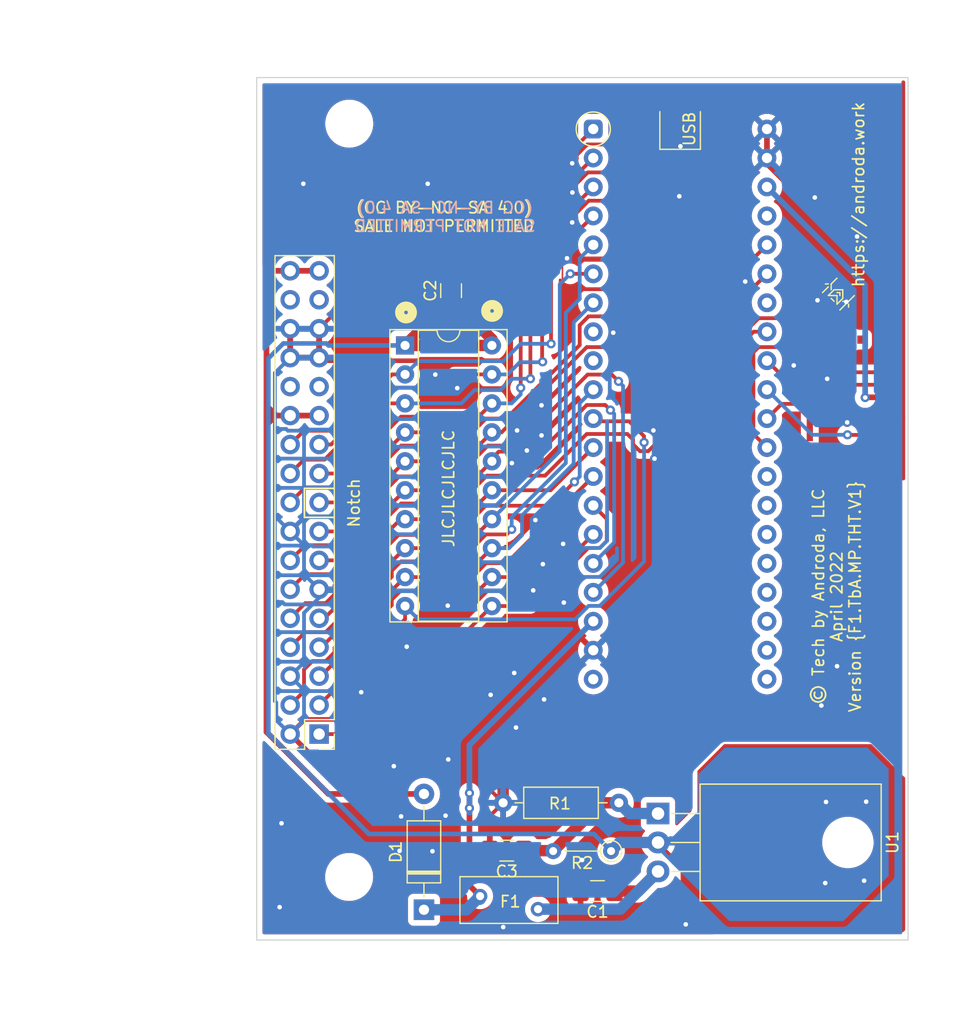
<source format=kicad_pcb>
(kicad_pcb (version 20211014) (generator pcbnew)
  (layers (0 "F.Cu" signal) (31 "B.Cu" signal) (34 "B.Paste" user) (35 "F.Paste" user) (36 "B.SilkS" user "B.Silkscreen") (37 "F.SilkS" user "F.Silkscreen") (38 "B.Mask" user) (39 "F.Mask" user) (44 "Edge.Cuts" user))
  (net 0 "")
  (net 1 "Net-(C1-Pad1)")
  (net 2 "GND")
  (net 3 "+2V8")
  (net 4 "+5V")
  (net 5 "Net-(J2-Pad32)")
  (net 6 "Net-(J2-Pad31)")
  (net 7 "Net-(J2-Pad26)")
  (net 8 "Net-(J2-Pad25)")
  (net 9 "Net-(BP1-Pad8)")
  (net 10 "Net-(BP1-Pad9)")
  (net 11 "Net-(BP1-Pad20)")
  (net 12 "Net-(BP1-Pad21)")
  (net 13 "Net-(BP1-Pad22)")
  (net 14 "Net-(BP1-Pad23)")
  (net 15 "Net-(BP1-Pad24)")
  (net 16 "Net-(BP1-Pad25)")
  (net 17 "Net-(BP1-Pad26)")
  (net 18 "Net-(BP1-Pad27)")
  (net 19 "Net-(BP1-Pad28)")
  (net 20 "Net-(BP1-Pad34)")
  (net 21 "Net-(BP1-Pad37)")
  (net 22 "Net-(J3-Pad1)")
  (net 23 "Net-(J3-Pad8)")
  (net 24 "Net-(J3-Pad9)")
  (net 25 "Net-(J3-Pad13)")
  (net 26 "Net-(J3-Pad10)")
  (net 27 "Net-(J3-Pad11)")
  (net 28 "Net-(BP1-Pad18)")
  (net 29 "Net-(C3-Pad1)")
  (net 30 "DB4")
  (net 31 "DB5")
  (net 32 "DB6")
  (net 33 "DB7")
  (net 34 "ATN")
  (net 35 "BSY")
  (net 36 "ACK")
  (net 37 "RST")
  (net 38 "MSG")
  (net 39 "SEL")
  (net 40 "C_D")
  (net 41 "REQ")
  (net 42 "IO")
  (net 43 "DB0")
  (net 44 "DB1")
  (net 45 "SD_CD_CS")
  (net 46 "SD_CLK")
  (net 47 "SD_DAT0")
  (net 48 "SD_CMD")
  (net 49 "DBP")
  (net 50 "DB2")
  (net 51 "DB3")
  (net 52 "3.3v")
  (footprint "Capacitor_SMD:C_1206_3216Metric_Pad1.42x1.75mm_HandSolder" (layer "F.Cu") (at 136.58248 131.36118 180)
    (fp_text reference "C1")
    (fp_text value "CP")
  )
  (footprint "Capacitor_SMD:C_1206_3216Metric_Pad1.42x1.75mm_HandSolder" (layer "F.Cu") (at 123.7361 78.69334 90)
    (fp_text reference "C2")
    (fp_text value "CP")
  )
  (footprint "Connector_PinHeader_2.54mm:PinHeader_2x17_P2.54mm_Vertical" (layer "F.Cu") (at 112.15624 117.5893 180)
    (fp_text reference "J2" hide)
    (fp_text value "MacPortableInternalSCSI_34")
  )
  (footprint "Package_TO_SOT_THT:TO-220-3_Horizontal_TabDown" (layer "F.Cu") (at 141.89202 124.55652 -90)
    (fp_text reference "U1")
    (fp_text value "AMS1117CD-2.85")
  )
  (footprint "CustomFootprints:SpaceshipBug" (layer "F.Cu") (at 154.5463 79.37246 90)
    (fp_text reference "REF**" hide)
    (fp_text value "SpaceshipBug" hide)
  )
  (footprint "Diode_THT:D_A-405_P10.16mm_Horizontal" (layer "F.Cu") (at 121.35358 132.99948 90)
    (fp_text reference "D1")
    (fp_text value "D")
  )
  (footprint "MountingHole:MountingHole_3.2mm_M3" (layer "F.Cu") (at 114.80038 64.04102)
    (fp_text reference "REF**" hide)
    (fp_text value "MountingHole_3.2mm_M3")
  )
  (footprint "MountingHole:MountingHole_3.2mm_M3" (layer "F.Cu") (at 114.78768 130.12166)
    (fp_text reference "REF**" hide)
    (fp_text value "MountingHole_3.2mm_M3")
  )
  (footprint "CustomFootprints:BluePillModule" (layer "F.Cu") (at 143.83004 61.97346)
    (fp_text reference "BP1" hide)
    (fp_text value "BlueSCSI")
  )
  (footprint "CustomFootprints:microsd_molex_1051620001" (layer "F.Cu") (at 158.87446 88.40724 90)
    (fp_text reference "J3" hide)
    (fp_text value "MicroSD-105162-0001")
  )
  (footprint "CustomFootprints:Fuse_BelFuse_0ZRE0005FF_L8.3mm_W3.8mm" (layer "F.Cu") (at 131.36118 132.94614 180)
    (fp_text reference "F1")
    (fp_text value "Polyfuse")
  )
  (footprint "Capacitor_SMD:C_1206_3216Metric_Pad1.42x1.75mm_HandSolder" (layer "F.Cu") (at 128.61958 127.81534 180)
    (fp_text reference "C3")
    (fp_text value "CP")
  )
  (footprint "Resistor_THT:R_Axial_DIN0207_L6.3mm_D2.5mm_P10.16mm_Horizontal" (layer "F.Cu") (at 138.46048 123.61672 180)
    (fp_text reference "R1")
    (fp_text value "154")
  )
  (footprint "Resistor_THT:R_Axial_DIN0204_L3.6mm_D1.6mm_P5.08mm_Vertical" (layer "F.Cu") (at 137.77214 127.8509 180)
    (fp_text reference "R2")
    (fp_text value "120")
  )
  (footprint "Package_DIP:DIP-20_W7.62mm_Socket" (layer "F.Cu") (at 119.6975 83.49742)
    (fp_text reference "U2" hide)
    (fp_text value "ActiveTerm_20DIP")
  )
  (gr_circle (center 127.33274 80.4672) (end 127.89497 80.4672) (layer "F.SilkS") (width 0.8) (fill none))
  (gr_line (start 110.86592 96.03486) (end 110.86592 98.57486) (layer "F.SilkS") (width 0.15))
  (gr_line (start 110.86592 98.57486) (end 113.40592 98.57486) (layer "F.SilkS") (width 0.15))
  (gr_line (start 113.40592 96.03486) (end 110.86592 96.03486) (layer "F.SilkS") (width 0.15))
  (gr_circle (center 119.78132 80.60436) (end 120.34355 80.60436) (layer "F.SilkS") (width 0.8) (fill none))
  (gr_line (start 106.68 135.65632) (end 106.68 59.99734) (layer "Edge.Cuts") (width 0.1))
  (gr_line (start 106.68 59.99734) (end 163.83 59.99734) (layer "Edge.Cuts") (width 0.1))
  (gr_line (start 163.83 135.65632) (end 106.68 135.65632) (layer "Edge.Cuts") (width 0.1))
  (gr_line (start 163.83 59.99734) (end 163.83 135.65632) (layer "Edge.Cuts") (width 0.1))
  (gr_text "(CC BY-NC-SA 4.0)\nSALE NOT PERMITTED" (at 123.22 72.22) (layer "B.SilkS") (effects (font (size 1 1)) (justify mirror)))
  (gr_text "Notch" (at 115.2144 97.31248 90) (layer "F.SilkS") (effects (font (size 1 1))))
  (gr_text "JLCJLCJLCJLC" (at 123.5075 96.04502 90) (layer "F.SilkS") (effects (font (size 1 1))))
  (gr_text "https://androda.work" (at 159.48152 70.2564 90) (layer "F.SilkS") (effects (font (size 1 1))))
  (gr_text "© Tech by Androda, LLC\nApril 2022\nVersion {F1.TbA.MP.THT.V1}" (at 157.57144 105.51922 90) (layer "F.SilkS") (effects (font (size 1 1))))
  (gr_text "(CC BY-NC-SA 4.0)\nSALE NOT PERMITTED" (at 123.1 72.22) (layer "F.SilkS") (effects (font (size 1 1))))
  (segment (start 138.06998 131.36118) (end 140.16736 131.36118) (width 1) (layer "F.Cu") (net 1))
  (segment (start 140.16736 131.36118) (end 141.89202 129.63652) (width 1) (layer "F.Cu") (net 1))
  (segment (start 131.36118 132.94614) (end 138.5824 132.94614) (width 1) (layer "B.Cu") (net 1))
  (segment (start 138.5824 132.94614) (end 141.89202 129.63652) (width 1) (layer "B.Cu") (net 1))
  (segment (start 158.48988 90.24724) (end 158.48988 90.24724) (width 0.33) (layer "F.Cu") (net 2))
  (segment (start 123.44146 106.3244) (end 123.44146 106.3244) (width 0.4) (layer "F.Cu") (net 2))
  (segment (start 119.84228 109.92358) (end 123.44146 106.3244) (width 0.4) (layer "F.Cu") (net 2))
  (segment (start 115.84813 113.91773) (end 119.84228 109.92358) (width 0.4) (layer "F.Cu") (net 2))
  (segment (start 122.34926 86.05266) (end 122.34926 86.05266) (width 0.4) (layer "F.Cu") (net 2))
  (segment (start 130.940399 104.982421) (end 130.940399 104.982421) (width 0.33) (layer "F.Cu") (net 2))
  (segment (start 155.88446 79.53544) (end 155.88446 82.97724) (width 0.5) (layer "F.Cu") (net 2))
  (segment (start 131.89331 114.55019) (end 129.43078 117.01272) (width 0.5) (layer "F.Cu") (net 2))
  (segment (start 129.43078 117.01272) (end 128.30048 118.14302) (width 0.5) (layer "F.Cu") (net 2))
  (segment (start 123.48464 119.81434) (end 124.4981 119.81434) (width 0.33) (layer "F.Cu") (net 2))
  (segment (start 138.0871 76.784842) (end 138.0871 78.26502) (width 0.33) (layer "F.Cu") (net 2))
  (segment (start 137.225719 75.923461) (end 138.0871 76.784842) (width 0.33) (layer "F.Cu") (net 2))
  (segment (start 126.20244 84.94014) (end 126.305161 84.837419) (width 0.4) (layer "F.Cu") (net 2))
  (segment (start 112.424359 84.837419) (end 121.134019 84.837419) (width 0.4) (layer "F.Cu") (net 2))
  (segment (start 134.36092 67.51828) (end 134.760919 67.118281) (width 0.33) (layer "F.Cu") (net 2))
  (segment (start 112.15624 82.0293) (end 109.61624 82.0293) (width 0.5) (layer "F.Cu") (net 2))
  (segment (start 163.27446 90.24724) (end 163.41499 90.38777) (width 0.33) (layer "F.Cu") (net 2))
  (segment (start 109.61624 82.0293) (end 109.61624 84.5693) (width 0.33) (layer "F.Cu") (net 2))
  (segment (start 157.11081 81.75089) (end 163.41499 81.75089) (width 0.33) (layer "F.Cu") (net 2))
  (segment (start 129.52476 90.95232) (end 135.020039 85.457041) (width 0.33) (layer "F.Cu") (net 2))
  (segment (start 134.3787 69.663598) (end 135.721378 68.32092) (width 0.33) (layer "F.Cu") (net 2))
  (segment (start 161.06902 92.51188) (end 160.96488 92.40774) (width 0.33) (layer "F.Cu") (net 2))
  (segment (start 123.7361 77.20584) (end 116.9797 77.20584) (width 0.33) (layer "F.Cu") (net 2))
  (segment (start 155.88446 82.97724) (end 157.11081 81.75089) (width 0.33) (layer "F.Cu") (net 2))
  (segment (start 163.41499 90.10671) (end 163.41499 89.75189) (width 0.33) (layer "F.Cu") (net 2))
  (segment (start 134.740661 78.563459) (end 133.506261 79.797859) (width 0.33) (layer "F.Cu") (net 2))
  (segment (start 128.30048 118.14302) (end 128.30048 120.0023) (width 0.5) (layer "F.Cu") (net 2))
  (segment (start 124.27458 87.24138) (end 128.15062 87.24138) (width 0.33) (layer "F.Cu") (net 2))
  (segment (start 134.36092 72.2503) (end 135.81126 70.79996) (width 0.33) (layer "F.Cu") (net 2))
  (segment (start 128.7907 101.1555) (end 128.482501 101.1555) (width 0.33) (layer "F.Cu") (net 2))
  (segment (start 121.134019 84.837419) (end 122.34926 86.05266) (width 0.4) (layer "F.Cu") (net 2))
  (segment (start 135.690621 65.863459) (end 137.105379 65.863459) (width 0.33) (layer "F.Cu") (net 2))
  (segment (start 163.27446 90.24724) (end 163.41499 90.10671) (width 0.33) (layer "F.Cu") (net 2))
  (segment (start 163.41499 89.75189) (end 163.41499 81.75089) (width 0.33) (layer "F.Cu") (net 2))
  (segment (start 138.0871 78.26502) (end 137.788661 78.563459) (width 0.33) (layer "F.Cu") (net 2))
  (segment (start 163.41499 90.38777) (end 163.41499 93.86161) (width 0.33) (layer "F.Cu") (net 2))
  (segment (start 116.9797 77.20584) (end 112.15624 82.0293) (width 0.33) (layer "F.Cu") (net 2))
  (segment (start 133.506261 76.252019) (end 133.506261 79.797859) (width 0.14) (layer "F.Cu") (net 2))
  (segment (start 162.44446 90.24724) (end 163.27446 90.24724) (width 0.33) (layer "F.Cu") (net 2))
  (segment (start 155.4099 92.40774) (end 155.07716 92.74048) (width 0.33) (layer "F.Cu") (net 2))
  (segment (start 127.13208 124.78512) (end 128.30048 123.61672) (width 0.33) (layer "F.Cu") (net 2))
  (segment (start 162.44446 90.24724) (end 158.48988 90.24724) (width 0.33) (layer "F.Cu") (net 2))
  (segment (start 135.81126 70.79996) (end 137.668 70.79996) (width 0.33) (layer "F.Cu") (net 2))
  (segment (start 126.305161 84.837419) (end 128.406039 84.837419) (width 0.4) (layer "F.Cu") (net 2))
  (segment (start 155.88446 71.97302) (end 155.88446 79.53544) (width 0.5) (layer "F.Cu") (net 2))
  (segment (start 134.3787 70.0786) (end 134.3787 69.663598) (width 0.33) (layer "F.Cu") (net 2))
  (segment (start 129.06756 93.81998) (end 129.467559 94.219979) (width 0.33) (layer "F.Cu") (net 2))
  (segment (start 122.34926 86.05266) (end 123.46178 84.94014) (width 0.4) (layer "F.Cu") (net 2))
  (segment (start 150.723769 81.103459) (end 141.48562 90.341608) (width 0.33) (layer "F.Cu") (net 2))
  (segment (start 109.61624 117.5893) (end 110.906239 116.299301) (width 0.4) (layer "F.Cu") (net 2))
  (segment (start 135.721378 68.32092) (end 136.98474 68.32092) (width 0.33) (layer "F.Cu") (net 2))
  (segment (start 131.13258 98.81362) (end 128.7907 101.1555) (width 0.33) (layer "F.Cu") (net 2))
  (segment (start 127.13208 127.81534) (end 130.67792 131.36118) (width 1) (layer "F.Cu") (net 2))
  (segment (start 123.44146 106.3244) (end 125.626318 106.3244) (width 0.33) (layer "F.Cu") (net 2))
  (segment (start 130.38582 92.71254) (end 134.86892 88.22944) (width 0.33) (layer "F.Cu") (net 2))
  (segment (start 109.61624 84.5693) (end 112.15624 84.5693) (width 0.33) (layer "F.Cu") (net 2))
  (segment (start 163.41499 93.86161) (end 163.41499 95.16872) (width 0.33) (layer "F.Cu") (net 2))
  (segment (start 133.90626 75.85202) (end 133.977701 75.923461) (width 0.45) (layer "F.Cu") (net 2))
  (segment (start 151.45004 67.5386) (end 155.88446 71.97302) (width 0.5) (layer "F.Cu") (net 2))
  (segment (start 109.61624 117.5893) (end 111.84128 119.81434) (width 0.45) (layer "F.Cu") (net 2))
  (segment (start 117.12448 119.81434) (end 123.48464 119.81434) (width 0.33) (layer "F.Cu") (net 2))
  (segment (start 111.84128 119.81434) (end 117.12448 119.81434) (width 0.45) (layer "F.Cu") (net 2))
  (segment (start 133.90626 75.85202) (end 133.506261 76.252019) (width 0.14) (layer "F.Cu") (net 2))
  (segment (start 163.41499 81.75089) (end 163.41499 60.41235) (width 0.33) (layer "F.Cu") (net 2))
  (segment (start 137.788661 78.563459) (end 134.740661 78.563459) (width 0.33) (layer "F.Cu") (net 2))
  (segment (start 128.30048 123.61672) (end 128.30048 120.0023) (width 1) (layer "F.Cu") (net 2))
  (segment (start 141.58468 104.85882) (end 141.58468 93.42628) (width 0.33) (layer "F.Cu") (net 2))
  (segment (start 134.760919 67.118281) (end 134.760919 66.793161) (width 0.33) (layer "F.Cu") (net 2))
  (segment (start 134.760919 66.793161) (end 135.690621 65.863459) (width 0.33) (layer "F.Cu") (net 2))
  (segment (start 151.45004 64.51346) (end 151.45004 67.5386) (width 0.5) (layer "F.Cu") (net 2))
  (segment (start 126.968297 104.982421) (end 130.940399 104.982421) (width 0.33) (layer "F.Cu") (net 2))
  (segment (start 160.96488 92.40774) (end 155.4099 92.40774) (width 0.33) (layer "F.Cu") (net 2))
  (segment (start 110.906239 116.299301) (end 113.466559 116.299301) (width 0.4) (layer "F.Cu") (net 2))
  (segment (start 155.88446 82.97724) (end 154.010679 81.103459) (width 0.33) (layer "F.Cu") (net 2))
  (segment (start 112.15624 84.5693) (end 112.424359 84.837419) (width 0.4) (layer "F.Cu") (net 2))
  (segment (start 130.67792 131.36118) (end 135.09498 131.36118) (width 1) (layer "F.Cu") (net 2))
  (segment (start 141.48562 90.341608) (end 141.48562 90.95232) (width 0.33) (layer "F.Cu") (net 2))
  (segment (start 113.466559 116.299301) (end 115.84813 113.91773) (width 0.4) (layer "F.Cu") (net 2))
  (segment (start 127.13208 127.81534) (end 127.13208 124.78512) (width 0.33) (layer "F.Cu") (net 2))
  (segment (start 163.41499 89.75189) (end 163.41499 90.38777) (width 0.33) (layer "F.Cu") (net 2))
  (segment (start 154.010679 81.103459) (end 150.723769 81.103459) (width 0.33) (layer "F.Cu") (net 2))
  (segment (start 133.977701 75.923461) (end 137.225719 75.923461) (width 0.45) (layer "F.Cu") (net 2))
  (segment (start 162.41875 93.86161) (end 161.06902 92.51188) (width 0.33) (layer "F.Cu") (net 2))
  (segment (start 131.299001 94.219979) (end 135.09752 90.42146) (width 0.33) (layer "F.Cu") (net 2))
  (segment (start 123.46178 84.94014) (end 126.20244 84.94014) (width 0.4) (layer "F.Cu") (net 2))
  (segment (start 129.467559 94.219979) (end 131.299001 94.219979) (width 0.33) (layer "F.Cu") (net 2))
  (segment (start 136.21004 110.23346) (end 141.58468 104.85882) (width 0.33) (layer "F.Cu") (net 2))
  (segment (start 124.4981 119.81434) (end 128.30048 123.61672) (width 0.33) (layer "F.Cu") (net 2))
  (segment (start 163.41499 93.86161) (end 162.41875 93.86161) (width 0.33) (layer "F.Cu") (net 2))
  (segment (start 125.626318 106.3244) (end 126.968297 104.982421) (width 0.33) (layer "F.Cu") (net 2))
  (segment (start 134.36092 72.70496) (end 134.36092 72.2503) (width 0.33) (layer "F.Cu") (net 2))
  (segment (start 136.21004 110.23346) (end 131.89331 114.55019) (width 0.5) (layer "F.Cu") (net 2))
  (via (at 110.77194 69.31406) (size 0.8) (drill 0.4) (layers "F.Cu" "B.Cu") (net 2))
  (via (at 128.31064 134.5184) (size 0.8) (drill 0.4) (layers "F.Cu" "B.Cu") (net 2))
  (via (at 141.58468 93.42628) (size 0.8) (drill 0.4) (layers "F.Cu" "B.Cu") (net 2))
  (via (at 123.48464 119.81434) (size 0.8) (drill 0.4) (layers "F.Cu" "B.Cu") (net 2))
  (via (at 141.48562 90.95232) (size 0.8) (drill 0.4) (layers "F.Cu" "B.Cu") (net 2))
  (via (at 115.84813 113.91773) (size 0.8) (drill 0.4) (layers "F.Cu" "B.Cu") (net 2))
  (via (at 108.85678 125.41504) (size 0.8) (drill 0.4) (layers "F.Cu" "B.Cu") (net 2))
  (via (at 143.85798 66.0273) (size 0.8) (drill 0.4) (layers "F.Cu" "B.Cu") (net 2))
  (via (at 133.62686 106.05262) (size 0.8) (drill 0.4) (layers "F.Cu" "B.Cu") (net 2))
  (via (at 159.35452 73.94194) (size 0.8) (drill 0.4) (layers "F.Cu" "B.Cu") (net 2))
  (via (at 130.940399 104.982421) (size 0.8) (drill 0.4) (layers "F.Cu" "B.Cu") (net 2))
  (via (at 158.41218 79.66964) (size 0.8) (drill 0.4) (layers "F.Cu" "B.Cu") (net 2))
  (via (at 119.84228 109.92358) (size 0.8) (drill 0.4) (layers "F.Cu" "B.Cu") (net 2))
  (via (at 156.73578 86.4235) (size 0.8) (drill 0.4) (layers "F.Cu" "B.Cu") (net 2))
  (via (at 108.68914 132.77088) (size 0.8) (drill 0.4) (layers "F.Cu" "B.Cu") (net 2))
  (via (at 131.13258 98.81362) (size 0.8) (drill 0.4) (layers "F.Cu" "B.Cu") (net 2))
  (via (at 118.70944 120.40362) (size 0.8) (drill 0.4) (layers "F.Cu" "B.Cu") (net 2))
  (via (at 130.38582 92.71254) (size 0.8) (drill 0.4) (layers "F.Cu" "B.Cu") (net 2))
  (via (at 131.66852 88.7476) (size 0.8) (drill 0.4) (layers "F.Cu" "B.Cu") (net 2))
  (via (at 131.78917 102.68331) (size 0.8) (drill 0.4) (layers "F.Cu" "B.Cu") (net 2))
  (via (at 122.10034 127.86614) (size 0.8) (drill 0.4) (layers "F.Cu" "B.Cu") (net 2))
  (via (at 121.68378 69.31406) (size 0.8) (drill 0.4) (layers "F.Cu" "B.Cu") (net 2))
  (via (at 149.5425 77.89164) (size 0.8) (drill 0.4) (layers "F.Cu" "B.Cu") (net 2))
  (via (at 119.2149 127.83058) (size 0.8) (drill 0.4) (layers "F.Cu" "B.Cu") (net 2))
  (via (at 156.2227 115.08486) (size 0.8) (drill 0.4) (layers "F.Cu" "B.Cu") (net 2))
  (via (at 134.36092 67.51828) (size 0.8) (drill 0.4) (layers "F.Cu" "B.Cu") (net 2))
  (via (at 135.23214 128.63322) (size 0.8) (drill 0.4) (layers "F.Cu" "B.Cu") (net 2))
  (via (at 129.27584 112.22736) (size 0.8) (drill 0.4) (layers "F.Cu" "B.Cu") (net 2))
  (via (at 129.06756 93.81998) (size 0.8) (drill 0.4) (layers "F.Cu" "B.Cu") (net 2))
  (via (at 155.88446 79.53544) (size 0.8) (drill 0.4) (layers "F.Cu" "B.Cu") (net 2))
  (via (at 129.43078 117.01272) (size 0.8) (drill 0.4) (layers "F.Cu" "B.Cu") (net 2))
  (via (at 157.60192 111.63554) (size 0.8) (drill 0.4) (layers "F.Cu" "B.Cu") (net 2))
  (via (at 122.34926 86.05266) (size 0.8) (drill 0.4) (layers "F.Cu" "B.Cu") (net 2))
  (via (at 127.20574 114.1476) (size 0.8) (drill 0.4) (layers "F.Cu" "B.Cu") (net 2))
  (via (at 143.75892 70.41134) (size 0.8) (drill 0.4) (layers "F.Cu" "B.Cu") (net 2))
  (via (at 133.90626 75.85202) (size 0.8) (drill 0.4) (layers "F.Cu" "B.Cu") (net 2))
  (via (at 155.64866 70.51802) (size 0.8) (drill 0.4) (layers "F.Cu" "B.Cu") (net 2))
  (via (at 153.79954 85.25002) (size 0.8) (drill 0.4) (layers "F.Cu" "B.Cu") (net 2))
  (via (at 119.34952 124.81052) (size 0.8) (drill 0.4) (layers "F.Cu" "B.Cu") (net 2))
  (via (at 158.48988 90.24724) (size 0.8) (drill 0.4) (layers "F.Cu" "B.Cu") (net 2))
  (via (at 131.66852 91.39174) (size 0.8) (drill 0.4) (layers "F.Cu" "B.Cu") (net 2))
  (via (at 131.89331 114.55019) (size 0.8) (drill 0.4) (layers "F.Cu" "B.Cu") (net 2))
  (via (at 133.56844 100.90404) (size 0.8) (drill 0.4) (layers "F.Cu" "B.Cu") (net 2))
  (via (at 123.24842 124.74194) (size 0.8) (drill 0.4) (layers "F.Cu" "B.Cu") (net 2))
  (via (at 134.36092 72.70496) (size 0.8) (drill 0.4) (layers "F.Cu" "B.Cu") (net 2))
  (via (at 134.3787 70.0786) (size 0.8) (drill 0.4) (layers "F.Cu" "B.Cu") (net 2))
  (via (at 129.52476 90.95232) (size 0.8) (drill 0.4) (layers "F.Cu" "B.Cu") (net 2))
  (via (at 124.27458 87.24138) (size 0.8) (drill 0.4) (layers "F.Cu" "B.Cu") (net 2))
  (via (at 123.44146 106.3244) (size 0.8) (drill 0.4) (layers "F.Cu" "B.Cu") (net 2))
  (via (at 137.96264 82.37728) (size 0.8) (drill 0.4) (layers "F.Cu" "B.Cu") (net 2))
  (via (at 144.32534 134.28218) (size 0.8) (drill 0.4) (layers "F.Cu" "B.Cu") (net 2))
  (segment (start 141.48562 90.95232) (end 141.43228 90.89898) (width 0.33) (layer "B.Cu") (net 2))
  (segment (start 133.56844 100.90404) (end 133.89864 100.57384) (width 0.4) (layer "B.Cu") (net 2))
  (segment (start 131.78917 102.68331) (end 133.56844 100.90404) (width 0.4) (layer "B.Cu") (net 2))
  (segment (start 131.66852 88.7476) (end 131.66852 86.56066) (width 0.4) (layer "B.Cu") (net 2))
  (segment (start 131.66852 91.39174) (end 131.66852 88.7476) (width 0.4) (layer "B.Cu") (net 2))
  (segment (start 128.60528 91.8718) (end 128.60528 92.25026) (width 0.33) (layer "B.Cu") (net 2))
  (segment (start 131.66852 93.587356) (end 131.66852 91.39174) (width 0.4) (layer "B.Cu") (net 2))
  (segment (start 108.27117 103.65599) (end 113.39181 103.65599) (width 0.33) (layer "B.Cu") (net 2))
  (segment (start 110.801539 90.974299) (end 110.831241 91.004001) (width 0.33) (layer "B.Cu") (net 2))
  (segment (start 112.15624 105.631098) (end 110.831241 106.956097) (width 0.33) (layer "B.Cu") (net 2))
  (segment (start 128.60528 92.25026) (end 128.49352 92.36202) (width 0.33) (layer "B.Cu") (net 2))
  (segment (start 121.255641 90.158421) (end 121.049639 89.952419) (width 0.33) (layer "B.Cu") (net 2))
  (segment (start 121.2469 87.15502) (end 121.199499 87.202421) (width 0.33) (layer "B.Cu") (net 2))
  (segment (start 110.831241 106.956097) (end 110.831241 111.294299) (width 0.33) (layer "B.Cu") (net 2))
  (segment (start 108.27117 113.90263) (end 108.27117 114.69483) (width 0.33) (layer "B.Cu") (net 2))
  (segment (start 130.38582 93.3069) (end 128.660301 95.032419) (width 0.33) (layer "B.Cu") (net 2))
  (segment (start 110.906239 98.519301) (end 116.872699 98.519301) (width 0.4) (layer "B.Cu") (net 2))
  (segment (start 121.255641 92.388839) (end 121.255641 90.158421) (width 0.33) (layer "B.Cu") (net 2))
  (segment (start 108.934228 106.00549) (end 109.143037 106.214299) (width 0.33) (layer "B.Cu") (net 2))
  (segment (start 108.27117 95.99055) (end 113.25747 95.99055) (width 0.33) (layer "B.Cu") (net 2))
  (segment (start 110.831241 98.594299) (end 110.831241 100.958541) (width 0.33) (layer "B.Cu") (net 2))
  (segment (start 112.15624 104.8893) (end 112.15624 105.631098) (width 0.33) (layer "B.Cu") (net 2))
  (segment (start 121.255641 100.056801) (end 121.255641 102.134819) (width 0.33) (layer "B.Cu") (net 2))
  (segment (start 108.27117 106.00549) (end 108.27117 108.57371) (width 0.33) (layer "B.Cu") (net 2))
  (segment (start 121.255641 95.078699) (end 121.255641 92.388839) (width 0.33) (layer "B.Cu") (net 2))
  (segment (start 108.27117 90.82419) (end 108.27117 93.42233) (width 0.33) (layer "B.Cu") (net 2))
  (segment (start 137.96264 82.37728) (end 137.96264 85.51418) (width 0.33) (layer "B.Cu") (net 2))
  (segment (start 109.61624 84.5693) (end 108.27117 85.91437) (width 0.33) (layer "B.Cu") (net 2))
  (segment (start 110.92801 101.05531) (end 111.54297 101.05531) (width 0.33) (layer "B.Cu") (net 2))
  (segment (start 131.66852 88.7476) (end 130.96748 88.7476) (width 0.33) (layer "B.Cu") (net 2))
  (segment (start 122.34926 86.05266) (end 121.2469 87.15502) (width 0.33) (layer "B.Cu") (net 2))
  (segment (start 108.27117 108.57371) (end 108.27117 111.24297) (width 0.33) (layer "B.Cu") (net 2))
  (segment (start 121.255641 97.537419) (end 121.255641 100.056801) (width 0.33) (layer "B.Cu") (net 2))
  (segment (start 138.293639 102.291063) (end 138.293639 101.279408) (width 0.33) (layer "B.Cu") (net 2))
  (segment (start 121.255641 100.056801) (end 118.649601 100.056801) (width 0.33) (layer "B.Cu") (net 2))
  (segment (start 121.049639 89.952419) (end 118.444421 89.952419) (width 0.33) (layer "B.Cu") (net 2))
  (segment (start 108.27117 101.05531) (end 108.27117 103.65599) (width 0.33) (layer "B.Cu") (net 2))
  (segment (start 133.62686 106.05262) (end 133.62686 105.13568) (width 0.33) (layer "B.Cu") (net 2))
  (segment (start 108.27117 98.46423) (end 108.27117 101.05531) (width 0.33) (layer "B.Cu") (net 2))
  (segment (start 108.3564 113.8174) (end 113.57102 113.8174) (width 0.33) (layer "B.Cu") (net 2))
  (segment (start 120.302981 95.078699) (end 120.256701 95.032419) (width 0.33) (layer "B.Cu") (net 2))
  (segment (start 136.781241 103.803461) (end 138.293639 102.291063) (width 0.33) (layer "B.Cu") (net 2))
  (segment (start 116.872699 98.519301) (end 117.854581 97.537419) (width 0.4) (layer "B.Cu") (net 2))
  (segment (start 108.341761 108.644301) (end 113.330601 108.644301) (width 0.33) (layer "B.Cu") (net 2))
  (segment (start 112.284361 105.017421) (end 129.455059 105.017421) (width 0.4) (layer "B.Cu") (net 2))
  (segment (start 109.61624 99.8093) (end 110.831241 98.594299) (width 0.33) (layer "B.Cu") (net 2))
  (segment (start 108.27117 108.57371) (end 108.341761 108.644301) (width 0.33) (layer "B.Cu") (net 2))
  (segment (start 130.38582 92.71254) (end 130.38582 93.3069) (width 0.33) (layer "B.Cu") (net 2))
  (segment (start 121.255641 97.537419) (end 127.718457 97.537419) (width 0.4) (layer "B.Cu") (net 2))
  (segment (start 109.61624 99.8093) (end 110.831241 101.024301) (width 0.33) (layer "B.Cu") (net 2))
  (segment (start 131.78917 102.68331) (end 128.67513 102.68331) (width 0.33) (layer "B.Cu") (net 2))
  (segment (start 120.302981 95.078699) (end 120.243142 95.01886) (width 0.33) (layer "B.Cu") (net 2))
  (segment (start 108.27117 114.69483) (end 108.401239 114.824899) (width 0.33) (layer "B.Cu") (net 2))
  (segment (start 110.831241 116.374299) (end 109.61624 117.5893) (width 0.33) (layer "B.Cu") (net 2))
  (segment (start 134.959079 103.803461) (end 136.781241 103.803461) (width 0.33) (layer "B.Cu") (net 2))
  (segment (start 128.67513 102.68331) (end 128.4986 102.50678) (width 0.33) (layer "B.Cu") (net 2))
  (segment (start 138.293639 88.517259) (end 138.293639 88.614417) (width 0.33) (layer "B.Cu") (net 2))
  (segment (start 137.658649 87.882269) (end 138.293639 88.517259) (width 0.33) (layer "B.Cu") (net 2))
  (segment (start 120.88368 102.50678) (end 118.7069 102.50678) (width 0.33) (layer "B.Cu") (net 2))
  (segment (start 128.4986 102.50678) (end 125.8824 102.50678) (width 0.33) (layer "B.Cu") (net 2))
  (segment (start 121.255641 95.078699) (end 120.302981 95.078699) (width 0.33) (layer "B.Cu") (net 2))
  (segment (start 133.927861 101.263461) (end 136.781241 101.263461) (width 0.33) (layer "B.Cu") (net 2))
  (segment (start 128.660301 95.032419) (end 125.880719 95.032419) (width 0.33) (layer "B.Cu") (net 2))
  (segment (start 117.854581 97.537419) (end 121.255641 97.537419) (width 0.4) (layer "B.Cu") (net 2))
  (segment (start 112.15624 104.8893) (end 112.284361 105.017421) (width 0.4) (layer "B.Cu") (net 2))
  (segment (start 108.27117 111.24297) (end 113.58513 111.24297) (width 0.33) (layer "B.Cu") (net 2))
  (segment (start 121.255641 97.537419) (end 121.255641 95.078699) (width 0.33) (layer "B.Cu") (net 2))
  (segment (start 137.42416 100.620542) (end 137.42416 90.13698) (width 0.33) (layer "B.Cu") (net 2))
  (segment (start 110.956582 90.87866) (end 112.96142 90.87866) (width 0.33) (layer "B.Cu") (net 2))
  (segment (start 136.781241 101.263461) (end 137.42416 100.620542) (width 0.33) (layer "B.Cu") (net 2))
  (segment (start 129.52476 90.95232) (end 128.60528 91.8718) (width 0.33) (layer "B.Cu") (net 2))
  (segment (start 108.27117 98.46423) (end 109.61624 99.8093) (width 0.33) (layer "B.Cu") (net 2))
  (segment (start 141.58468 91.05138) (end 141.48562 90.95232) (width 0.33) (layer "B.Cu") (net 2))
  (segment (start 133.62686 105.13568) (end 134.959079 103.803461) (width 0.33) (layer "B.Cu") (net 2))
  (segment (start 111.621959 101.134299) (end 113.476159 101.134299) (width 0.33) (layer "B.Cu") (net 2))
  (segment (start 141.58468 93.42628) (end 141.58468 91.05138) (width 0.33) (layer "B.Cu") (net 2))
  (segment (start 109.414699 90.974299) (end 110.801539 90.974299) (width 0.33) (layer "B.Cu") (net 2))
  (segment (start 108.27117 101.05531) (end 110.92801 101.05531) (width 0.33) (layer "B.Cu") (net 2))
  (segment (start 108.27117 111.24297) (end 108.27117 113.90263) (width 0.33) (layer "B.Cu") (net 2))
  (segment (start 121.199499 87.202421) (end 118.418199 87.202421) (width 0.33) (layer "B.Cu") (net 2))
  (segment (start 121.255641 102.134819) (end 120.88368 102.50678) (width 0.33) (layer "B.Cu") (net 2))
  (segment (start 133.56844 100.90404) (end 133.927861 101.263461) (width 0.33) (layer "B.Cu") (net 2))
  (segment (start 108.27117 103.65599) (end 108.27117 106.00549) (width 0.33) (layer "B.Cu") (net 2))
  (segment (start 108.27117 106.00549) (end 108.934228 106.00549) (width 0.33) (layer "B.Cu") (net 2))
  (segment (start 108.27117 93.42233) (end 108.27117 95.99055) (width 0.33) (layer "B.Cu") (net 2))
  (segment (start 110.831241 91.004001) (end 110.956582 90.87866) (width 0.33) (layer "B.Cu") (net 2))
  (segment (start 108.27117 85.91437) (end 108.27117 90.82419) (width 0.33) (layer "B.Cu") (net 2))
  (segment (start 128.49352 92.36202) (end 125.95098 92.36202) (width 0.33) (layer "B.Cu") (net 2))
  (segment (start 108.401239 116.374299) (end 109.61624 117.5893) (width 0.33) (layer "B.Cu") (net 2))
  (segment (start 120.256701 95.032419) (end 118.855079 95.032419) (width 0.33) (layer "B.Cu") (net 2))
  (segment (start 110.831241 98.594299) (end 110.831241 91.004001) (width 0.33) (layer "B.Cu") (net 2))
  (segment (start 129.762661 89.952419) (end 125.916279 89.952419) (width 0.33) (layer "B.Cu") (net 2))
  (segment (start 110.831241 103.564301) (end 112.15624 104.8893) (width 0.33) (layer "B.Cu") (net 2))
  (segment (start 130.96748 88.7476) (end 129.762661 89.952419) (width 0.33) (layer "B.Cu") (net 2))
  (segment (start 110.831241 101.024301) (end 110.831241 103.564301) (width 0.33) (layer "B.Cu") (net 2))
  (segment (start 111.54297 101.05531) (end 111.621959 101.134299) (width 0.33) (layer "B.Cu") (net 2))
  (segment (start 108.27117 113.90263) (end 108.3564 113.8174) (width 0.33) (layer "B.Cu") (net 2))
  (segment (start 110.831241 111.294299) (end 109.61624 112.5093) (width 0.33) (layer "B.Cu") (net 2))
  (segment (start 109.26459 90.82419) (end 109.414699 90.974299) (width 0.33) (layer "B.Cu") (net 2))
  (segment (start 108.27117 93.42233) (end 113.13273 93.42233) (width 0.33) (layer "B.Cu") (net 2))
  (segment (start 129.455059 105.017421) (end 131.78917 102.68331) (width 0.4) (layer "B.Cu") (net 2))
  (segment (start 109.143037 106.214299) (end 113.765719 106.214299) (width 0.33) (layer "B.Cu") (net 2))
  (segment (start 110.831241 113.724301) (end 110.831241 116.374299) (width 0.33) (layer "B.Cu") (net 2))
  (segment (start 137.96264 85.51418) (end 137.658649 85.818171) (width 0.33) (layer "B.Cu") (net 2))
  (segment (start 110.831241 100.958541) (end 110.92801 101.05531) (width 0.33) (layer "B.Cu") (net 2))
  (segment (start 127.718457 97.537419) (end 131.66852 93.587356) (width 0.4) (layer "B.Cu") (net 2))
  (segment (start 109.61624 112.5093) (end 110.831241 113.724301) (width 0.33) (layer "B.Cu") (net 2))
  (segment (start 108.27117 90.82419) (end 109.26459 90.82419) (width 0.33) (layer "B.Cu") (net 2))
  (segment (start 109.61624 99.8093) (end 110.906239 98.519301) (width 0.4) (layer "B.Cu") (net 2))
  (segment (start 121.255641 92.388839) (end 118.667679 92.388839) (width 0.33) (layer "B.Cu") (net 2))
  (segment (start 108.27117 95.99055) (end 108.27117 98.46423) (width 0.33) (layer "B.Cu") (net 2))
  (segment (start 108.401239 114.824899) (end 108.401239 116.374299) (width 0.33) (layer "B.Cu") (net 2))
  (segment (start 137.658649 85.818171) (end 137.658649 87.882269) (width 0.33) (layer "B.Cu") (net 2))
  (segment (start 147.61464 134.79526) (end 144.14754 131.32816) (width 0.33) (layer "F.Cu") (net 3))
  (segment (start 143.03502 127.09652) (end 145.5166 124.61494) (width 0.33) (layer "F.Cu") (net 3))
  (segment (start 147.76704 118.63578) (end 160.55086 118.63578) (width 0.33) (layer "F.Cu") (net 3))
  (segment (start 163.41499 121.49991) (end 163.41499 134.71243) (width 0.33) (layer "F.Cu") (net 3))
  (segment (start 124.54702 80.18084) (end 127.3175 82.95132) (width 1) (layer "F.Cu") (net 3))
  (segment (start 145.5166 120.88622) (end 147.76704 118.63578) (width 0.33) (layer "F.Cu") (net 3))
  (segment (start 119.6975 83.49742) (end 119.70004 83.49742) (width 1) (layer "F.Cu") (net 3))
  (segment (start 163.41499 134.71243) (end 163.33216 134.79526) (width 0.33) (layer "F.Cu") (net 3))
  (segment (start 119.6975 83.49742) (end 127.3175 83.49742) (width 1) (layer "F.Cu") (net 3))
  (segment (start 127.3175 82.95132) (end 127.3175 83.49742) (width 1) (layer "F.Cu") (net 3))
  (segment (start 144.03832 129.30632) (end 144.03832 131.08432) (width 0.33) (layer "F.Cu") (net 3))
  (segment (start 160.55086 118.63578) (end 163.41499 121.49991) (width 0.33) (layer "F.Cu") (net 3))
  (segment (start 145.5166 124.61494) (end 145.5166 120.88622) (width 0.33) (layer "F.Cu") (net 3))
  (segment (start 163.33216 134.79526) (end 147.61464 134.79526) (width 0.33) (layer "F.Cu") (net 3))
  (segment (start 123.7361 80.18084) (end 124.54702 80.18084) (width 1) (layer "F.Cu") (net 3))
  (segment (start 119.70004 83.49742) (end 123.01662 80.18084) (width 1) (layer "F.Cu") (net 3))
  (segment (start 141.89202 127.16002) (end 144.03832 129.30632) (width 0.33) (layer "F.Cu") (net 3))
  (segment (start 141.89202 127.09652) (end 141.89202 127.16002) (width 0.33) (layer "F.Cu") (net 3))
  (segment (start 141.89202 127.09652) (end 143.03502 127.09652) (width 0.33) (layer "F.Cu") (net 3))
  (segment (start 123.01662 80.18084) (end 123.7361 80.18084) (width 1) (layer "F.Cu") (net 3))
  (via (at 159.97428 130.45186) (size 0.8) (drill 0.4) (layers "F.Cu" "B.Cu") (net 3))
  (via (at 160.15462 123.5202) (size 0.8) (drill 0.4) (layers "F.Cu" "B.Cu") (net 3))
  (via (at 156.63164 123.54052) (size 0.8) (drill 0.4) (layers "F.Cu" "B.Cu") (net 3))
  (via (at 156.56306 130.65506) (size 0.8) (drill 0.4) (layers "F.Cu" "B.Cu") (net 3))
  (segment (start 112.97412 83.49742) (end 112.795999 83.319299) (width 0.4) (layer "B.Cu") (net 3))
  (segment (start 141.89202 127.09652) (end 138.52652 127.09652) (width 1) (layer "B.Cu") (net 3))
  (segment (start 119.6975 83.49742) (end 112.97412 83.49742) (width 0.4) (layer "B.Cu") (net 3))
  (segment (start 116.529238 126.3523) (end 136.27354 126.3523) (width 0.4) (layer "B.Cu") (net 3))
  (segment (start 145.60042 124.40412) (end 143.28648 126.71806) (width 0.33) (layer "B.Cu") (net 3))
  (segment (start 160.19272 118.93804) (end 147.83562 118.93804) (width 0.33) (layer "B.Cu") (net 3))
  (segment (start 141.89202 127.50546) (end 148.21154 133.82498) (width 0.33) (layer "B.Cu") (net 3))
  (segment (start 138.52652 127.09652) (end 137.77214 127.8509) (width 1) (layer "B.Cu") (net 3))
  (segment (start 107.70616 117.529222) (end 116.529238 126.3523) (width 0.4) (layer "B.Cu") (net 3))
  (segment (start 161.96169 129.951322) (end 161.96169 120.70701) (width 0.33) (layer "B.Cu") (net 3))
  (segment (start 109.016239 83.319299) (end 107.70616 84.629378) (width 0.4) (layer "B.Cu") (net 3))
  (segment (start 161.96169 120.70701) (end 160.19272 118.93804) (width 0.33) (layer "B.Cu") (net 3))
  (segment (start 147.83562 118.93804) (end 145.60042 121.17324) (width 0.33) (layer "B.Cu") (net 3))
  (segment (start 112.795999 83.319299) (end 109.016239 83.319299) (width 0.4) (layer "B.Cu") (net 3))
  (segment (start 145.60042 121.17324) (end 145.60042 124.40412) (width 0.33) (layer "B.Cu") (net 3))
  (segment (start 143.28648 126.71806) (end 142.93596 126.71806) (width 0.33) (layer "B.Cu") (net 3))
  (segment (start 158.088032 133.82498) (end 161.96169 129.951322) (width 0.33) (layer "B.Cu") (net 3))
  (segment (start 148.21154 133.82498) (end 158.088032 133.82498) (width 0.33) (layer "B.Cu") (net 3))
  (segment (start 141.89202 127.09652) (end 141.89202 127.50546) (width 0.33) (layer "B.Cu") (net 3))
  (segment (start 136.27354 126.3523) (end 137.77214 127.8509) (width 0.4) (layer "B.Cu") (net 3))
  (segment (start 107.70616 84.629378) (end 107.70616 117.529222) (width 0.4) (layer "B.Cu") (net 3))
  (segment (start 107.53852 89.85758) (end 107.53852 90.50782) (width 0.5) (layer "F.Cu") (net 4))
  (segment (start 107.53852 89.12606) (end 107.53852 89.85758) (width 0.5) (layer "F.Cu") (net 4))
  (segment (start 108.1024 76.9493) (end 107.53852 77.51318) (width 0.5) (layer "F.Cu") (net 4))
  (segment (start 107.53852 89.12606) (end 107.53852 89.44102) (width 0.5) (layer "F.Cu") (net 4))
  (segment (start 108.28274 89.6493) (end 107.7468 89.6493) (width 0.5) (layer "F.Cu") (net 4))
  (segment (start 112.15624 89.6493) (end 108.28274 89.6493) (width 0.5) (layer "F.Cu") (net 4))
  (segment (start 107.53852 117.398582) (end 107.53852 90.50782) (width 0.45) (layer "F.Cu") (net 4))
  (segment (start 108.39704 89.6493) (end 107.53852 90.50782) (width 0.45) (layer "F.Cu") (net 4))
  (segment (start 107.53852 117.398582) (end 112.749439 122.609501) (width 0.5) (layer "F.Cu") (net 4))
  (segment (start 108.28274 89.6493) (end 108.28274 89.52484) (width 0.5) (layer "F.Cu") (net 4))
  (segment (start 121.35358 122.83948) (end 112.979418 122.83948) (width 0.5) (layer "F.Cu") (net 4))
  (segment (start 107.53852 88.78062) (end 107.53852 89.12606) (width 0.5) (layer "F.Cu") (net 4))
  (segment (start 107.53852 77.51318) (end 107.53852 88.78062) (width 0.5) (layer "F.Cu") (net 4))
  (segment (start 108.28274 89.52484) (end 107.53852 88.78062) (width 0.5) (layer "F.Cu") (net 4))
  (segment (start 112.15624 89.6493) (end 108.39704 89.6493) (width 0.45) (layer "F.Cu") (net 4))
  (segment (start 112.979418 122.83948) (end 112.749439 122.609501) (width 0.5) (layer "F.Cu") (net 4))
  (segment (start 107.53852 89.44102) (end 107.7468 89.6493) (width 0.5) (layer "F.Cu") (net 4))
  (segment (start 112.15624 76.9493) (end 108.1024 76.9493) (width 0.5) (layer "F.Cu") (net 4))
  (segment (start 107.53852 89.12606) (end 107.53852 117.398582) (width 0.5) (layer "F.Cu") (net 4))
  (segment (start 107.7468 89.6493) (end 107.53852 89.85758) (width 0.5) (layer "F.Cu") (net 4))
  (segment (start 125.34646 122.76074) (end 125.34646 122.76074) (width 0.33) (layer "F.Cu") (net 28))
  (segment (start 125.34646 130.86842) (end 126.28118 131.80314) (width 0.5) (layer "F.Cu") (net 28))
  (segment (start 125.34646 122.76074) (end 125.34646 124.08354) (width 0.5) (layer "F.Cu") (net 28))
  (segment (start 125.34646 124.08354) (end 125.34646 130.86842) (width 0.5) (layer "F.Cu") (net 28))
  (via (at 125.34646 122.76074) (size 0.8) (drill 0.4) (layers "F.Cu" "B.Cu") (net 28))
  (via (at 125.34646 124.08354) (size 0.8) (drill 0.4) (layers "F.Cu" "B.Cu") (net 28))
  (segment (start 121.35358 132.99948) (end 125.08484 132.99948) (width 1) (layer "B.Cu") (net 28))
  (segment (start 125.34646 122.12354) (end 125.34646 124.47354) (width 0.5) (layer "B.Cu") (net 28))
  (segment (start 126.28118 132.07238) (end 126.28118 131.80314) (width 1) (layer "B.Cu") (net 28))
  (segment (start 125.34646 122.12354) (end 125.34646 122.76074) (width 0.5) (layer "B.Cu") (net 28))
  (segment (start 125.34646 118.55704) (end 125.34646 122.12354) (width 0.5) (layer "B.Cu") (net 28))
  (segment (start 125.08484 132.99948) (end 126.28118 131.80314) (width 1) (layer "B.Cu") (net 28))
  (segment (start 136.21004 107.69346) (end 125.34646 118.55704) (width 0.5) (layer "B.Cu") (net 28))
  (segment (start 130.10708 127.81534) (end 132.65658 127.81534) (width 1) (layer "F.Cu") (net 29))
  (segment (start 136.92632 123.61672) (end 132.69214 127.8509) (width 1) (layer "F.Cu") (net 29))
  (segment (start 132.65658 127.81534) (end 132.69214 127.8509) (width 1) (layer "F.Cu") (net 29))
  (segment (start 138.46048 123.61672) (end 136.92632 123.61672) (width 1) (layer "F.Cu") (net 29))
  (segment (start 141.89202 124.55652) (end 139.40028 124.55652) (width 1) (layer "B.Cu") (net 29))
  (segment (start 139.40028 124.55652) (end 138.46048 123.61672) (width 1) (layer "B.Cu") (net 29))
  (segment (start 129.84226 87.21598) (end 129.84226 87.22106) (width 0.33) (layer "F.Cu") (net 30))
  (segment (start 114.361418 94.7293) (end 119.348297 89.742421) (width 0.33) (layer "F.Cu") (net 30))
  (segment (start 129.84226 70.88124) (end 129.84226 87.21598) (width 0.33) (layer "F.Cu") (net 30))
  (segment (start 126.152499 89.742421) (end 127.3175 88.57742) (width 0.33) (layer "F.Cu") (net 30))
  (segment (start 119.348297 89.742421) (end 126.152499 89.742421) (width 0.33) (layer "F.Cu") (net 30))
  (segment (start 112.15624 94.7293) (end 114.361418 94.7293) (width 0.33) (layer "F.Cu") (net 30))
  (segment (start 136.21004 64.51346) (end 129.84226 70.88124) (width 0.33) (layer "F.Cu") (net 30))
  (via (at 129.84226 87.21598) (size 0.8) (drill 0.4) (layers "F.Cu" "B.Cu") (net 30))
  (segment (start 127.3175 88.57742) (end 129.046505 88.57742) (width 0.33) (layer "B.Cu") (net 30))
  (segment (start 129.046505 88.57742) (end 129.84226 87.781665) (width 0.33) (layer "B.Cu") (net 30))
  (segment (start 129.84226 87.781665) (end 129.84226 87.21598) (width 0.33) (layer "B.Cu") (net 30))
  (segment (start 130.69316 72.57034) (end 136.21004 67.05346) (width 0.33) (layer "F.Cu") (net 31))
  (segment (start 130.69316 86.41842) (end 130.69316 72.57034) (width 0.33) (layer "F.Cu") (net 31))
  (segment (start 117.566322 88.57742) (end 112.629443 93.514299) (width 0.33) (layer "F.Cu") (net 31))
  (segment (start 119.6975 88.57742) (end 117.566322 88.57742) (width 0.33) (layer "F.Cu") (net 31))
  (segment (start 110.831241 93.514299) (end 109.61624 94.7293) (width 0.33) (layer "F.Cu") (net 31))
  (segment (start 112.629443 93.514299) (end 110.831241 93.514299) (width 0.33) (layer "F.Cu") (net 31))
  (via (at 130.69316 86.41842) (size 0.8) (drill 0.4) (layers "F.Cu" "B.Cu") (net 31))
  (segment (start 130.69316 86.41842) (end 130.69316 86.41842) (width 0.33) (layer "B.Cu") (net 31))
  (segment (start 125.797721 87.412419) (end 128.068394 87.412419) (width 0.33) (layer "B.Cu") (net 31))
  (segment (start 129.062393 86.41842) (end 130.69316 86.41842) (width 0.33) (layer "B.Cu") (net 31))
  (segment (start 124.63272 88.57742) (end 125.797721 87.412419) (width 0.33) (layer "B.Cu") (net 31))
  (segment (start 128.068394 87.412419) (end 129.062393 86.41842) (width 0.33) (layer "B.Cu") (net 31))
  (segment (start 119.6975 88.57742) (end 124.63272 88.57742) (width 0.33) (layer "B.Cu") (net 31))
  (segment (start 122.906379 87.202421) (end 124.07138 86.03742) (width 0.33) (layer "F.Cu") (net 32))
  (segment (start 131.72186 84.96808) (end 131.72186 74.08164) (width 0.33) (layer "F.Cu") (net 32))
  (segment (start 113.204896 92.1893) (end 118.191775 87.202421) (width 0.33) (layer "F.Cu") (net 32))
  (segment (start 118.191775 87.202421) (end 122.906379 87.202421) (width 0.33) (layer "F.Cu") (net 32))
  (segment (start 124.07138 86.03742) (end 127.3175 86.03742) (width 0.33) (layer "F.Cu") (net 32))
  (segment (start 112.15624 92.1893) (end 113.204896 92.1893) (width 0.33) (layer "F.Cu") (net 32))
  (segment (start 131.72186 74.08164) (end 136.21004 69.59346) (width 0.33) (layer "F.Cu") (net 32))
  (via (at 131.76758 84.93506) (size 0.8) (drill 0.4) (layers "F.Cu" "B.Cu") (net 32))
  (segment (start 131.72186 84.96808) (end 131.72186 84.96808) (width 0.33) (layer "B.Cu") (net 32))
  (segment (start 129.763186 84.96808) (end 131.72186 84.96808) (width 0.33) (layer "B.Cu") (net 32))
  (segment (start 128.693846 86.03742) (end 129.763186 84.96808) (width 0.33) (layer "B.Cu") (net 32))
  (segment (start 128.44887 86.03742) (end 128.693846 86.03742) (width 0.33) (layer "B.Cu") (net 32))
  (segment (start 127.3175 86.03742) (end 128.44887 86.03742) (width 0.33) (layer "B.Cu") (net 32))
  (segment (start 109.61624 92.1893) (end 110.831241 90.974299) (width 0.33) (layer "F.Cu") (net 33))
  (segment (start 118.56613 86.03742) (end 119.6975 86.03742) (width 0.33) (layer "F.Cu") (net 33))
  (segment (start 113.629251 90.974299) (end 118.56613 86.03742) (width 0.33) (layer "F.Cu") (net 33))
  (segment (start 132.50672 75.83678) (end 136.21004 72.13346) (width 0.33) (layer "F.Cu") (net 33))
  (segment (start 110.831241 90.974299) (end 113.629251 90.974299) (width 0.33) (layer "F.Cu") (net 33))
  (segment (start 132.50672 83.35264) (end 132.50672 75.83678) (width 0.33) (layer "F.Cu") (net 33))
  (via (at 132.50672 83.35264) (size 0.8) (drill 0.4) (layers "F.Cu" "B.Cu") (net 33))
  (segment (start 132.50672 83.35264) (end 132.50672 83.35264) (width 0.33) (layer "B.Cu") (net 33))
  (segment (start 129.83972 83.35264) (end 132.50672 83.35264) (width 0.33) (layer "B.Cu") (net 33))
  (segment (start 128.319941 84.872419) (end 129.83972 83.35264) (width 0.33) (layer "B.Cu") (net 33))
  (segment (start 120.862501 84.872419) (end 128.319941 84.872419) (width 0.33) (layer "B.Cu") (net 33))
  (segment (start 119.6975 86.03742) (end 120.862501 84.872419) (width 0.33) (layer "B.Cu") (net 33))
  (segment (start 126.797258 100.07346) (end 128.61544 100.07346) (width 0.33) (layer "F.Cu") (net 34))
  (segment (start 110.941239 108.644301) (end 112.739441 108.644301) (width 0.33) (layer "F.Cu") (net 34))
  (segment (start 115.60302 105.3719) (end 119.6975 101.27742) (width 0.33) (layer "F.Cu") (net 34))
  (segment (start 125.593298 101.27742) (end 126.797258 100.07346) (width 0.33) (layer "F.Cu") (net 34))
  (segment (start 119.6975 101.27742) (end 125.593298 101.27742) (width 0.33) (layer "F.Cu") (net 34))
  (segment (start 109.61624 109.9693) (end 110.941239 108.644301) (width 0.33) (layer "F.Cu") (net 34))
  (segment (start 128.61544 100.07346) (end 129.05232 99.63658) (width 0.33) (layer "F.Cu") (net 34))
  (segment (start 115.60302 105.780722) (end 115.60302 105.3719) (width 0.33) (layer "F.Cu") (net 34))
  (segment (start 112.739441 108.644301) (end 115.60302 105.780722) (width 0.33) (layer "F.Cu") (net 34))
  (via (at 129.05232 99.63658) (size 0.8) (drill 0.4) (layers "F.Cu" "B.Cu") (net 34))
  (segment (start 129.05232 99.63658) (end 129.05232 99.63658) (width 0.33) (layer "B.Cu") (net 34))
  (segment (start 135.020039 75.863461) (end 135.020039 79.419461) (width 0.33) (layer "B.Cu") (net 34))
  (segment (start 133.801731 80.637769) (end 133.801731 93.809963) (width 0.33) (layer "B.Cu") (net 34))
  (segment (start 133.801731 93.809963) (end 129.05232 98.559374) (width 0.33) (layer "B.Cu") (net 34))
  (segment (start 135.020039 79.419461) (end 133.801731 80.637769) (width 0.33) (layer "B.Cu") (net 34))
  (segment (start 129.05232 98.559374) (end 129.05232 99.63658) (width 0.33) (layer "B.Cu") (net 34))
  (segment (start 136.21004 74.67346) (end 135.020039 75.863461) (width 0.33) (layer "B.Cu") (net 34))
  (segment (start 134.19074 77.21346) (end 134.19074 77.21346) (width 0.33) (layer "F.Cu") (net 35))
  (segment (start 119.138299 100.112419) (end 114.50828 104.742438) (width 0.33) (layer "F.Cu") (net 35))
  (segment (start 127.3175 98.73742) (end 125.942501 100.112419) (width 0.33) (layer "F.Cu") (net 35))
  (segment (start 112.61598 107.4293) (end 112.15624 107.4293) (width 0.33) (layer "F.Cu") (net 35))
  (segment (start 114.50828 105.537) (end 112.61598 107.4293) (width 0.33) (layer "F.Cu") (net 35))
  (segment (start 114.50828 104.742438) (end 114.50828 105.537) (width 0.33) (layer "F.Cu") (net 35))
  (segment (start 136.21004 77.21346) (end 134.19074 77.21346) (width 0.33) (layer "F.Cu") (net 35))
  (segment (start 125.942501 100.112419) (end 119.138299 100.112419) (width 0.33) (layer "F.Cu") (net 35))
  (via (at 134.19074 77.21346) (size 0.8) (drill 0.4) (layers "F.Cu" "B.Cu") (net 35))
  (segment (start 133.271721 92.783199) (end 127.3175 98.73742) (width 0.33) (layer "B.Cu") (net 35))
  (segment (start 134.19074 77.21346) (end 133.271721 78.132479) (width 0.33) (layer "B.Cu") (net 35))
  (segment (start 133.271721 78.132479) (end 133.271721 92.783199) (width 0.33) (layer "B.Cu") (net 35))
  (segment (start 118.532499 103.258219) (end 119.348297 102.442421) (width 0.33) (layer "F.Cu") (net 36))
  (segment (start 112.15624 109.9693) (end 112.35436 109.9693) (width 0.33) (layer "F.Cu") (net 36))
  (segment (start 112.35436 109.9693) (end 118.532499 103.791161) (width 0.33) (layer "F.Cu") (net 36))
  (segment (start 126.152499 102.442421) (end 127.3175 101.27742) (width 0.33) (layer "F.Cu") (net 36))
  (segment (start 119.348297 102.442421) (end 126.152499 102.442421) (width 0.33) (layer "F.Cu") (net 36))
  (segment (start 118.532499 103.791161) (end 118.532499 103.258219) (width 0.33) (layer "F.Cu") (net 36))
  (segment (start 134.490029 93.871211) (end 134.490029 81.473471) (width 0.33) (layer "B.Cu") (net 36))
  (segment (start 128.8161 101.27742) (end 129.96164 100.13188) (width 0.33) (layer "B.Cu") (net 36))
  (segment (start 129.96164 98.3996) (end 134.490029 93.871211) (width 0.33) (layer "B.Cu") (net 36))
  (segment (start 129.96164 100.13188) (end 129.96164 98.3996) (width 0.33) (layer "B.Cu") (net 36))
  (segment (start 127.3175 101.27742) (end 128.8161 101.27742) (width 0.33) (layer "B.Cu") (net 36))
  (segment (start 134.490029 81.473471) (end 136.21004 79.75346) (width 0.33) (layer "B.Cu") (net 36))
  (segment (start 127.3175 101.04374) (end 127.3175 101.27742) (width 0.33) (layer "B.Cu") (net 36))
  (segment (start 125.593298 98.73742) (end 126.774398 97.55632) (width 0.33) (layer "F.Cu") (net 37))
  (segment (start 109.61624 107.4293) (end 110.941239 106.104301) (width 0.33) (layer "F.Cu") (net 37))
  (segment (start 119.6975 98.73742) (end 125.593298 98.73742) (width 0.33) (layer "F.Cu") (net 37))
  (segment (start 112.739441 106.104301) (end 113.50752 105.336222) (width 0.33) (layer "F.Cu") (net 37))
  (segment (start 119.31142 98.73742) (end 119.6975 98.73742) (width 0.33) (layer "F.Cu") (net 37))
  (segment (start 132.46862 97.55632) (end 134.56031 95.46463) (width 0.33) (layer "F.Cu") (net 37))
  (segment (start 113.50752 105.336222) (end 113.50752 104.54132) (width 0.33) (layer "F.Cu") (net 37))
  (segment (start 110.941239 106.104301) (end 112.739441 106.104301) (width 0.33) (layer "F.Cu") (net 37))
  (segment (start 113.50752 104.54132) (end 119.31142 98.73742) (width 0.33) (layer "F.Cu") (net 37))
  (segment (start 126.774398 97.55632) (end 132.46862 97.55632) (width 0.33) (layer "F.Cu") (net 37))
  (via (at 134.56031 95.46463) (size 0.8) (drill 0.4) (layers "F.Cu" "B.Cu") (net 37))
  (segment (start 134.56031 95.46463) (end 134.51586 95.50908) (width 0.33) (layer "B.Cu") (net 37))
  (segment (start 135.020039 95.004901) (end 134.56031 95.46463) (width 0.33) (layer "B.Cu") (net 37))
  (segment (start 135.020039 93.024661) (end 135.020039 95.004901) (width 0.33) (layer "B.Cu") (net 37))
  (segment (start 135.020039 93.024661) (end 135.020039 88.563461) (width 0.33) (layer "B.Cu") (net 37))
  (segment (start 135.020039 88.563461) (end 136.21004 87.37346) (width 0.33) (layer "B.Cu") (net 37))
  (segment (start 140.66266 91.45524) (end 140.66266 92.0496) (width 0.33) (layer "F.Cu") (net 38))
  (segment (start 138.83132 90.14968) (end 139.3571 90.14968) (width 0.33) (layer "F.Cu") (net 38))
  (segment (start 139.3571 90.14968) (end 140.66266 91.45524) (width 0.33) (layer "F.Cu") (net 38))
  (segment (start 112.15624 115.0493) (end 119.6975 107.50804) (width 0.33) (layer "F.Cu") (net 38))
  (segment (start 136.44626 90.14968) (end 138.83132 90.14968) (width 0.33) (layer "F.Cu") (net 38))
  (segment (start 136.21004 89.91346) (end 136.44626 90.14968) (width 0.33) (layer "F.Cu") (net 38))
  (segment (start 119.6975 107.50804) (end 119.6975 106.35742) (width 0.33) (layer "F.Cu") (net 38))
  (via (at 140.67028 92.00388) (size 0.8) (drill 0.4) (layers "F.Cu" "B.Cu") (net 38))
  (segment (start 140.67028 92.00388) (end 140.67028 92.00388) (width 0.33) (layer "B.Cu") (net 38))
  (segment (start 119.6975 106.35742) (end 120.862501 107.522421) (width 0.33) (layer "B.Cu") (net 38))
  (segment (start 120.862501 107.522421) (end 134.619877 107.522421) (width 0.33) (layer "B.Cu") (net 38))
  (segment (start 136.245846 89.91346) (end 136.21004 89.91346) (width 0.33) (layer "B.Cu") (net 38))
  (segment (start 139.3317 103.793002) (end 140.67028 102.454422) (width 0.33) (layer "B.Cu") (net 38))
  (segment (start 135.798837 106.343461) (end 136.781241 106.343461) (width 0.33) (layer "B.Cu") (net 38))
  (segment (start 136.781241 106.343461) (end 139.3317 103.793002) (width 0.33) (layer "B.Cu") (net 38))
  (segment (start 134.619877 107.522421) (end 135.798837 106.343461) (width 0.33) (layer "B.Cu") (net 38))
  (segment (start 140.67028 102.454422) (end 140.67028 92.00388) (width 0.33) (layer "B.Cu") (net 38))
  (segment (start 113.146417 103.564301) (end 119.348297 97.362421) (width 0.33) (layer "F.Cu") (net 39))
  (segment (start 127.3175 96.19742) (end 132.46608 96.19742) (width 0.33) (layer "F.Cu") (net 39))
  (segment (start 109.61624 104.8893) (end 110.941239 103.564301) (width 0.33) (layer "F.Cu") (net 39))
  (segment (start 119.348297 97.362421) (end 126.152499 97.362421) (width 0.33) (layer "F.Cu") (net 39))
  (segment (start 110.941239 103.564301) (end 113.146417 103.564301) (width 0.33) (layer "F.Cu") (net 39))
  (segment (start 132.46608 96.19742) (end 136.21004 92.45346) (width 0.33) (layer "F.Cu") (net 39))
  (segment (start 126.152499 97.362421) (end 127.3175 96.19742) (width 0.33) (layer "F.Cu") (net 39))
  (segment (start 112.739441 111.184301) (end 113.510001 110.413741) (width 0.33) (layer "F.Cu") (net 40))
  (segment (start 125.593298 103.81742) (end 126.817578 102.59314) (width 0.33) (layer "F.Cu") (net 40))
  (segment (start 119.6975 103.81742) (end 113.510001 110.004919) (width 0.33) (layer "F.Cu") (net 40))
  (segment (start 119.6975 103.81742) (end 125.593298 103.81742) (width 0.33) (layer "F.Cu") (net 40))
  (segment (start 136.21004 94.99346) (end 128.61036 102.59314) (width 0.33) (layer "F.Cu") (net 40))
  (segment (start 110.831241 113.834299) (end 110.831241 111.926099) (width 0.33) (layer "F.Cu") (net 40))
  (segment (start 109.61624 115.0493) (end 110.831241 113.834299) (width 0.33) (layer "F.Cu") (net 40))
  (segment (start 126.817578 102.59314) (end 128.06934 102.59314) (width 0.33) (layer "F.Cu") (net 40))
  (segment (start 111.573039 111.184301) (end 112.739441 111.184301) (width 0.33) (layer "F.Cu") (net 40))
  (segment (start 128.61036 102.59314) (end 128.06934 102.59314) (width 0.33) (layer "F.Cu") (net 40))
  (segment (start 113.510001 110.004919) (end 113.510001 110.413741) (width 0.33) (layer "F.Cu") (net 40))
  (segment (start 128.06934 102.59314) (end 128.6129 102.59314) (width 0.33) (layer "F.Cu") (net 40))
  (segment (start 110.831241 111.926099) (end 111.573039 111.184301) (width 0.33) (layer "F.Cu") (net 40))
  (segment (start 137.400041 100.644661) (end 137.400041 98.723461) (width 0.33) (layer "F.Cu") (net 41))
  (segment (start 136.781241 101.263461) (end 137.400041 100.644661) (width 0.33) (layer "F.Cu") (net 41))
  (segment (start 127.3175 106.35742) (end 130.675626 106.35742) (width 0.33) (layer "F.Cu") (net 41))
  (segment (start 112.15624 117.5893) (end 116.08562 117.5893) (width 0.33) (layer "F.Cu") (net 41))
  (segment (start 116.08562 117.5893) (end 127.3175 106.35742) (width 0.33) (layer "F.Cu") (net 41))
  (segment (start 137.400041 98.723461) (end 136.21004 97.53346) (width 0.33) (layer "F.Cu") (net 41))
  (segment (start 130.675626 106.35742) (end 135.769585 101.263461) (width 0.33) (layer "F.Cu") (net 41))
  (segment (start 135.769585 101.263461) (end 136.781241 101.263461) (width 0.33) (layer "F.Cu") (net 41))
  (segment (start 127.3175 106.72064) (end 127.3175 106.35742) (width 0.33) (layer "B.Cu") (net 41))
  (segment (start 132.46608 103.81742) (end 136.21004 100.07346) (width 0.33) (layer "F.Cu") (net 42))
  (segment (start 118.532499 106.272741) (end 118.532499 105.798219) (width 0.33) (layer "F.Cu") (net 42))
  (segment (start 118.532499 105.798219) (end 119.348297 104.982421) (width 0.33) (layer "F.Cu") (net 42))
  (segment (start 126.152499 104.982421) (end 127.3175 103.81742) (width 0.33) (layer "F.Cu") (net 42))
  (segment (start 112.15624 112.5093) (end 112.29594 112.5093) (width 0.33) (layer "F.Cu") (net 42))
  (segment (start 119.348297 104.982421) (end 126.152499 104.982421) (width 0.33) (layer "F.Cu") (net 42))
  (segment (start 112.29594 112.5093) (end 118.532499 106.272741) (width 0.33) (layer "F.Cu") (net 42))
  (segment (start 127.3175 103.81742) (end 132.46608 103.81742) (width 0.33) (layer "F.Cu") (net 42))
  (segment (start 137.71372 89.1667) (end 137.71372 89.1667) (width 0.33) (layer "F.Cu") (net 43))
  (segment (start 129.353509 92.812431) (end 130.097677 93.556599) (width 0.33) (layer "F.Cu") (net 43))
  (segment (start 135.638839 88.723459) (end 136.781241 88.723459) (width 0.33) (layer "F.Cu") (net 43))
  (segment (start 127.918649 92.812431) (end 129.353509 92.812431) (width 0.33) (layer "F.Cu") (net 43))
  (segment (start 113.146417 101.024301) (end 119.184878 94.98584) (width 0.33) (layer "F.Cu") (net 43))
  (segment (start 127.3175 93.65742) (end 127.3175 93.41358) (width 0.33) (layer "F.Cu") (net 43))
  (segment (start 110.941239 101.024301) (end 113.146417 101.024301) (width 0.33) (layer "F.Cu") (net 43))
  (segment (start 137.270479 88.723459) (end 137.71372 89.1667) (width 0.33) (layer "F.Cu") (net 43))
  (segment (start 109.61624 102.3493) (end 110.941239 101.024301) (width 0.33) (layer "F.Cu") (net 43))
  (segment (start 137.143479 88.723459) (end 137.270479 88.723459) (width 0.33) (layer "F.Cu") (net 43))
  (segment (start 130.805699 93.556599) (end 135.638839 88.723459) (width 0.33) (layer "F.Cu") (net 43))
  (segment (start 125.98908 94.98584) (end 127.3175 93.65742) (width 0.33) (layer "F.Cu") (net 43))
  (segment (start 136.781241 88.723459) (end 137.143479 88.723459) (width 0.33) (layer "F.Cu") (net 43))
  (segment (start 119.184878 94.98584) (end 125.98908 94.98584) (width 0.33) (layer "F.Cu") (net 43))
  (segment (start 127.3175 93.41358) (end 127.918649 92.812431) (width 0.33) (layer "F.Cu") (net 43))
  (segment (start 130.097677 93.556599) (end 130.805699 93.556599) (width 0.33) (layer "F.Cu") (net 43))
  (via (at 137.71372 89.1667) (size 0.8) (drill 0.4) (layers "F.Cu" "B.Cu") (net 43))
  (segment (start 136.21004 102.61346) (end 138.04392 100.77958) (width 0.33) (layer "B.Cu") (net 43))
  (segment (start 138.04392 100.77958) (end 138.04392 89.4969) (width 0.33) (layer "B.Cu") (net 43))
  (segment (start 138.04392 89.4969) (end 137.71372 89.1667) (width 0.33) (layer "B.Cu") (net 43))
  (segment (start 138.42365 86.64575) (end 138.52906 86.75116) (width 0.33) (layer "F.Cu") (net 44))
  (segment (start 126.968297 92.282421) (end 129.484979 92.282421) (width 0.33) (layer "F.Cu") (net 44))
  (segment (start 129.484979 92.282421) (end 135.71474 86.05266) (width 0.33) (layer "F.Cu") (net 44))
  (segment (start 137.83056 86.05266) (end 138.42365 86.64575) (width 0.33) (layer "F.Cu") (net 44))
  (segment (start 113.54562 99.8093) (end 119.6975 93.65742) (width 0.33) (layer "F.Cu") (net 44))
  (segment (start 119.6975 93.65742) (end 125.593298 93.65742) (width 0.33) (layer "F.Cu") (net 44))
  (segment (start 136.650442 86.05266) (end 137.83056 86.05266) (width 0.33) (layer "F.Cu") (net 44))
  (segment (start 125.593298 93.65742) (end 126.968297 92.282421) (width 0.33) (layer "F.Cu") (net 44))
  (segment (start 135.71474 86.05266) (end 136.650442 86.05266) (width 0.33) (layer "F.Cu") (net 44))
  (segment (start 112.15624 99.8093) (end 113.54562 99.8093) (width 0.33) (layer "F.Cu") (net 44))
  (via (at 138.42365 86.64575) (size 0.8) (drill 0.4) (layers "F.Cu" "B.Cu") (net 44))
  (segment (start 136.21004 105.15346) (end 137.7188 103.6447) (width 0.33) (layer "B.Cu") (net 44))
  (segment (start 119.928182 93.426738) (end 119.6975 93.65742) (width 0.33) (layer "B.Cu") (net 44))
  (segment (start 138.42365 86.64575) (end 138.823649 87.045749) (width 0.33) (layer "B.Cu") (net 44))
  (segment (start 138.823649 87.045749) (end 138.823649 102.539851) (width 0.33) (layer "B.Cu") (net 44))
  (segment (start 137.7188 103.6447) (end 138.52821 102.83529) (width 0.33) (layer "B.Cu") (net 44))
  (segment (start 138.823649 102.539851) (end 137.7188 103.6447) (width 0.33) (layer "B.Cu") (net 44))
  (segment (start 150.718841 83.643459) (end 154.768677 83.643459) (width 0.33) (layer "F.Cu") (net 45))
  (segment (start 150.260039 84.102261) (end 150.718841 83.643459) (width 0.33) (layer "F.Cu") (net 45))
  (segment (start 151.45004 92.45346) (end 150.260039 91.263459) (width 0.33) (layer "F.Cu") (net 45))
  (segment (start 154.768677 83.643459) (end 155.557457 84.432239) (width 0.33) (layer "F.Cu") (net 45))
  (segment (start 158.3363 85.84724) (end 162.44446 85.84724) (width 0.33) (layer "F.Cu") (net 45))
  (segment (start 150.260039 91.263459) (end 150.260039 84.102261) (width 0.33) (layer "F.Cu") (net 45))
  (segment (start 156.921299 84.432239) (end 158.3363 85.84724) (width 0.33) (layer "F.Cu") (net 45))
  (segment (start 155.557457 84.432239) (end 156.921299 84.432239) (width 0.33) (layer "F.Cu") (net 45))
  (segment (start 152.741261 88.622239) (end 157.573079 88.622239) (width 0.33) (layer "F.Cu") (net 46))
  (segment (start 158.09808 89.14724) (end 162.44446 89.14724) (width 0.33) (layer "F.Cu") (net 46))
  (segment (start 151.45004 89.91346) (end 152.741261 88.622239) (width 0.33) (layer "F.Cu") (net 46))
  (segment (start 157.573079 88.622239) (end 158.09808 89.14724) (width 0.33) (layer "F.Cu") (net 46))
  (segment (start 162.44446 91.34724) (end 158.5277 91.34724) (width 0.33) (layer "F.Cu") (net 47))
  (segment (start 158.5277 91.34724) (end 158.51632 91.33586) (width 0.33) (layer "F.Cu") (net 47))
  (via (at 158.51632 91.33586) (size 0.8) (drill 0.4) (layers "F.Cu" "B.Cu") (net 47))
  (segment (start 158.51632 91.33586) (end 158.51632 91.33586) (width 0.33) (layer "B.Cu") (net 47))
  (segment (start 151.45004 87.37346) (end 155.41244 91.33586) (width 0.33) (layer "B.Cu") (net 47))
  (segment (start 155.41244 91.33586) (end 158.51632 91.33586) (width 0.33) (layer "B.Cu") (net 47))
  (segment (start 157.672759 88.072241) (end 158.79776 86.94724) (width 0.33) (layer "F.Cu") (net 48))
  (segment (start 158.79776 86.94724) (end 162.44446 86.94724) (width 0.33) (layer "F.Cu") (net 48))
  (segment (start 154.688821 88.072241) (end 157.672759 88.072241) (width 0.33) (layer "F.Cu") (net 48))
  (segment (start 151.45004 84.83346) (end 154.688821 88.072241) (width 0.33) (layer "F.Cu") (net 48))
  (segment (start 138.522699 91.263459) (end 138.522699 91.263459) (width 0.33) (layer "F.Cu") (net 49))
  (segment (start 139.69492 91.7575) (end 139.69492 91.7575) (width 0.33) (layer "F.Cu") (net 49))
  (segment (start 138.522699 91.263459) (end 138.583659 91.263459) (width 0.33) (layer "F.Cu") (net 49))
  (segment (start 135.638839 91.263459) (end 138.522699 91.263459) (width 0.33) (layer "F.Cu") (net 49))
  (segment (start 113.54562 102.3493) (end 119.6975 96.19742) (width 0.33) (layer "F.Cu") (net 49))
  (segment (start 131.982498 94.9198) (end 134.747779 92.154519) (width 0.33) (layer "F.Cu") (net 49))
  (segment (start 119.6975 96.19742) (end 125.593298 96.19742) (width 0.33) (layer "F.Cu") (net 49))
  (segment (start 138.522699 91.263459) (end 139.200879 91.263459) (width 0.33) (layer "F.Cu") (net 49))
  (segment (start 126.870918 94.9198) (end 131.982498 94.9198) (width 0.33) (layer "F.Cu") (net 49))
  (segment (start 139.69492 92.160722) (end 140.303079 92.768881) (width 0.33) (layer "F.Cu") (net 49))
  (segment (start 140.303079 92.768881) (end 141.037481 92.768881) (width 0.33) (layer "F.Cu") (net 49))
  (segment (start 147.50542 86.300942) (end 147.50542 85.071354) (width 0.33) (layer "F.Cu") (net 49))
  (segment (start 141.037481 92.768881) (end 147.50542 86.300942) (width 0.33) (layer "F.Cu") (net 49))
  (segment (start 139.200879 91.263459) (end 139.69492 91.7575) (width 0.33) (layer "F.Cu") (net 49))
  (segment (start 134.747779 92.154519) (end 135.638839 91.263459) (width 0.33) (layer "F.Cu") (net 49))
  (segment (start 125.593298 96.19742) (end 126.870918 94.9198) (width 0.33) (layer "F.Cu") (net 49))
  (segment (start 150.283314 82.29346) (end 151.45004 82.29346) (width 0.33) (layer "F.Cu") (net 49))
  (segment (start 139.69492 91.7575) (end 139.69492 92.160722) (width 0.33) (layer "F.Cu") (net 49))
  (segment (start 147.50542 85.071354) (end 150.283314 82.29346) (width 0.33) (layer "F.Cu") (net 49))
  (segment (start 112.15624 102.3493) (end 113.54562 102.3493) (width 0.33) (layer "F.Cu") (net 49))
  (segment (start 135.638839 83.643459) (end 145.020041 83.643459) (width 0.33) (layer "F.Cu") (net 50))
  (segment (start 127.3175 91.11742) (end 128.164878 91.11742) (width 0.33) (layer "F.Cu") (net 50))
  (segment (start 128.164878 91.11742) (end 135.638839 83.643459) (width 0.33) (layer "F.Cu") (net 50))
  (segment (start 126.152499 92.282421) (end 127.3175 91.11742) (width 0.33) (layer "F.Cu") (net 50))
  (segment (start 119.348297 92.282421) (end 126.152499 92.282421) (width 0.33) (layer "F.Cu") (net 50))
  (segment (start 112.15624 97.2693) (end 114.361418 97.2693) (width 0.33) (layer "F.Cu") (net 50))
  (segment (start 114.361418 97.2693) (end 119.348297 92.282421) (width 0.33) (layer "F.Cu") (net 50))
  (segment (start 145.020041 83.643459) (end 151.45004 77.21346) (width 0.33) (layer "F.Cu") (net 50))
  (segment (start 128.5748 89.90838) (end 128.5748 89.90838) (width 0.33) (layer "F.Cu") (net 51))
  (segment (start 109.61624 97.2693) (end 110.941239 95.944301) (width 0.33) (layer "F.Cu") (net 51))
  (segment (start 135.798837 80.943461) (end 145.180039 80.943461) (width 0.33) (layer "F.Cu") (net 51))
  (segment (start 126.802338 89.90838) (end 128.5748 89.90838) (width 0.33) (layer "F.Cu") (net 51))
  (segment (start 110.941239 95.944301) (end 114.870619 95.944301) (width 0.33) (layer "F.Cu") (net 51))
  (segment (start 114.870619 95.944301) (end 119.6975 91.11742) (width 0.33) (layer "F.Cu") (net 51))
  (segment (start 119.6975 91.11742) (end 125.593298 91.11742) (width 0.33) (layer "F.Cu") (net 51))
  (segment (start 145.180039 80.943461) (end 151.45004 74.67346) (width 0.33) (layer "F.Cu") (net 51))
  (segment (start 135.020039 83.463141) (end 135.020039 81.722259) (width 0.33) (layer "F.Cu") (net 51))
  (segment (start 125.593298 91.11742) (end 126.802338 89.90838) (width 0.33) (layer "F.Cu") (net 51))
  (segment (start 135.020039 81.722259) (end 135.798837 80.943461) (width 0.33) (layer "F.Cu") (net 51))
  (segment (start 128.5748 89.90838) (end 135.020039 83.463141) (width 0.33) (layer "F.Cu") (net 51))
  (segment (start 162.44446 88.04724) (end 160.08536 88.04724) (width 0.5) (layer "F.Cu") (net 52))
  (segment (start 160.08536 88.04724) (end 160.06826 88.06434) (width 0.5) (layer "F.Cu") (net 52))
  (via (at 160.06826 88.06434) (size 0.8) (drill 0.4) (layers "F.Cu" "B.Cu") (net 52))
  (segment (start 160.06826 88.06434) (end 160.06826 88.06434) (width 0.5) (layer "B.Cu") (net 52))
  (segment (start 151.45004 69.59346) (end 160.06826 78.21168) (width 0.5) (layer "B.Cu") (net 52))
  (segment (start 160.06826 78.21168) (end 160.06826 88.06434) (width 0.5) (layer "B.Cu") (net 52))
  (zone (net 3) (net_name "+2V8") (layer "F.Cu") (connect_pads (clearance 0.508)) (min_thickness 0.254) (fill yes (thermal_gap 0.508) (thermal_bridge_width 0.508))
    (polygon (pts (xy 127.57658 83.57362) (xy 119.90578 83.57362) (xy 119.90578 83.27644) (xy 119.9388 83.27644) (xy 123.3043 79.91094) (xy 124.42698 79.91094)))
  )
  (zone (net 2) (net_name "GND") (layer "F.Cu") (connect_pads (clearance 0.508)) (min_thickness 0.254) (fill yes (thermal_gap 0.508) (thermal_bridge_width 0.508))
    (polygon (pts (xy 165.29812 137.12952) (xy 105.59542 137.12952) (xy 105.59542 59.17692) (xy 165.29812 59.17692)))
  )
  (zone (net 3) (net_name "+2V8") (layer "F.Cu") (connect_pads (clearance 0.508)) (min_thickness 0.254) (fill yes (thermal_gap 0.508) (thermal_bridge_width 0.508))
    (polygon (pts (xy 163.42106 121.44502) (xy 163.42106 134.78764) (xy 147.66544 134.77494) (xy 144.19834 131.30784) (xy 144.018 131.04876) (xy 144.018 129.32664) (xy 141.91234 127.22098) (xy 141.91234 126.9619) (xy 143.0528 126.9746) (xy 145.50136 124.52604) (xy 145.50136 120.94718) (xy 147.81276 118.63578) (xy 160.61182 118.63578)))
  )
  (zone (net 2) (net_name "GND") (layer "B.Cu") (connect_pads (clearance 0.508)) (min_thickness 0.254) (fill yes (thermal_gap 0.508) (thermal_bridge_width 0.508))
    (polygon (pts (xy 165.85946 137.9728) (xy 105.57764 137.9728) (xy 105.57764 59.0042) (xy 165.85946 59.0042)))
  )
  (zone (net 3) (net_name "+2V8") (layer "B.Cu") (connect_pads (clearance 0.508)) (min_thickness 0.254) (fill yes (thermal_gap 0.508) (thermal_bridge_width 0.508))
    (polygon (pts (xy 162.02406 120.72874) (xy 161.9504 129.9083) (xy 158.03118 133.82752) (xy 148.22678 133.82752) (xy 141.88948 127.49022) (xy 141.88948 127.01524) (xy 141.8844 127.01524) (xy 142.94612 126.7587) (xy 143.38554 126.65964) (xy 145.57248 124.4727) (xy 145.58518 121.1453) (xy 147.85086 118.98884) (xy 160.16224 118.93296)))
  )
)
</source>
